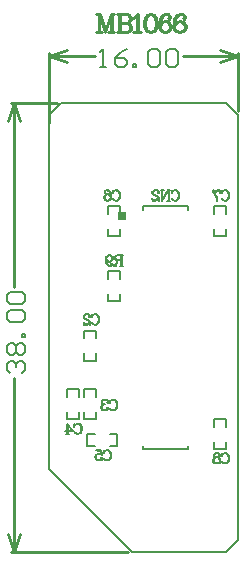
<source format=gbr>
%FSTAX23Y23*%
%MOIN*%
%SFA1B1*%

%IPPOS*%
%ADD16C,0.007874*%
%ADD17C,0.010000*%
%ADD18C,0.005000*%
%ADD19C,0.006000*%
%ADD26R,0.025000X0.025000*%
%LNmb1066-1*%
%LPD*%
G54D16*
X00196Y0091D02*
Y00935D01*
X00236*
Y0091D02*
Y00935D01*
Y00835D02*
Y0086D01*
X00196Y00835D02*
X00236D01*
X00196D02*
Y0086D01*
G54D17*
X00629Y01469D02*
Y01663D01*
X0Y01429D02*
Y01663D01*
X00444Y01653D02*
X00629D01*
X0D02*
X00153D01*
X00569Y01673D02*
X00629Y01653D01*
X00569Y01633D02*
X00629Y01653D01*
X0D02*
X0006Y01633D01*
X0Y01653D02*
X0006Y01673D01*
X-00128Y01496D02*
X00026D01*
X-00128Y0D02*
X00263D01*
X-00118Y00882D02*
Y01496D01*
Y0D02*
Y00581D01*
X-00138Y01436D02*
X-00118Y01496D01*
X-00098Y01436*
X-00118Y0D02*
X-00098Y0006D01*
X-00138D02*
X-00118Y0D01*
X00166Y01792D02*
Y01732D01*
X00168Y01792D02*
X00186Y0174D01*
X00166Y01792D02*
X00186Y01732D01*
X00206Y01792D02*
X00186Y01732D01*
X00206Y01792D02*
Y01732D01*
X00208Y01792D02*
Y01732D01*
X00157Y01792D02*
X00168D01*
X00206D02*
X00217D01*
X00157Y01732D02*
X00174D01*
X00197D02*
X00217D01*
X00232Y01792D02*
Y01732D01*
X00235Y01792D02*
Y01732D01*
X00224Y01792D02*
X00258D01*
X00267Y01789*
X0027Y01786*
X00272Y0178*
Y01775*
X0027Y01769*
X00267Y01766*
X00258Y01763*
Y01792D02*
X00264Y01789D01*
X00267Y01786*
X0027Y0178*
Y01775*
X00267Y01769*
X00264Y01766*
X00258Y01763*
X00235D02*
X00258D01*
X00267Y0176*
X0027Y01757*
X00272Y01752*
Y01743*
X0027Y01737*
X00267Y01735*
X00258Y01732*
X00224*
X00258Y01763D02*
X00264Y0176D01*
X00267Y01757*
X0027Y01752*
Y01743*
X00267Y01737*
X00264Y01735*
X00258Y01732*
X0028Y0178D02*
X00286Y01783D01*
X00295Y01792*
Y01732*
X00292Y01789D02*
Y01732D01*
X0028D02*
X00306D01*
X00334Y01792D02*
X00325Y01789D01*
X00319Y0178*
X00316Y01766*
Y01757*
X00319Y01743*
X00325Y01735*
X00334Y01732*
X00339*
X00348Y01735*
X00354Y01743*
X00356Y01757*
Y01766*
X00354Y0178*
X00348Y01789*
X00339Y01792*
X00334*
X00328Y01789*
X00325Y01786*
X00322Y0178*
X00319Y01766*
Y01757*
X00322Y01743*
X00325Y01737*
X00328Y01735*
X00334Y01732*
X00339D02*
X00345Y01735D01*
X00348Y01737*
X00351Y01743*
X00354Y01757*
Y01766*
X00351Y0178*
X00348Y01786*
X00345Y01789*
X00339Y01792*
X004Y01783D02*
X00397Y0178D01*
X004Y01777*
X00402Y0178*
Y01783*
X004Y01789*
X00394Y01792*
X00385*
X00377Y01789*
X00371Y01783*
X00368Y01777*
X00365Y01766*
Y01749*
X00368Y0174*
X00374Y01735*
X00382Y01732*
X00388*
X00397Y01735*
X00402Y0174*
X00405Y01749*
Y01752*
X00402Y0176*
X00397Y01766*
X00388Y01769*
X00385*
X00377Y01766*
X00371Y0176*
X00368Y01752*
X00385Y01792D02*
X0038Y01789D01*
X00374Y01783*
X00371Y01777*
X00368Y01766*
Y01749*
X00371Y0174*
X00377Y01735*
X00382Y01732*
X00388D02*
X00394Y01735D01*
X004Y0174*
X00402Y01749*
Y01752*
X004Y0176*
X00394Y01766*
X00388Y01769*
X00448Y01783D02*
X00445Y0178D01*
X00448Y01777*
X00451Y0178*
Y01783*
X00448Y01789*
X00443Y01792*
X00434*
X00425Y01789*
X0042Y01783*
X00417Y01777*
X00414Y01766*
Y01749*
X00417Y0174*
X00423Y01735*
X00431Y01732*
X00437*
X00445Y01735*
X00451Y0174*
X00454Y01749*
Y01752*
X00451Y0176*
X00445Y01766*
X00437Y01769*
X00434*
X00425Y01766*
X0042Y0176*
X00417Y01752*
X00434Y01792D02*
X00428Y01789D01*
X00423Y01783*
X0042Y01777*
X00417Y01766*
Y01749*
X0042Y0174*
X00425Y01735*
X00431Y01732*
X00437D02*
X00443Y01735D01*
X00448Y0174*
X00451Y01749*
Y01752*
X00448Y0176*
X00443Y01766*
X00437Y01769*
G54D18*
X00312Y01141D02*
Y01152D01*
X00462*
Y01141D02*
Y01152D01*
X00312Y00342D02*
X00462D01*
X00312D02*
Y00352D01*
X00462Y00342D02*
Y00352D01*
X00409Y01201D02*
X00408Y01196D01*
Y01206*
X00409Y01201*
X00413Y01204*
X00418Y01206*
X00421*
X00426Y01204*
X00429Y01201*
X00431Y01197*
X00433Y01192*
Y01184*
X00431Y01179*
X00429Y01176*
X00426Y01172*
X00421Y01171*
X00418*
X00413Y01172*
X00409Y01176*
X00408Y01179*
X00421Y01206D02*
X00424Y01204D01*
X00428Y01201*
X00429Y01197*
X00431Y01192*
Y01184*
X00429Y01179*
X00428Y01176*
X00424Y01172*
X00421Y01171*
X00398Y01206D02*
Y01171D01*
X00396Y01206D02*
X00376Y01174D01*
X00396Y01202D02*
X00376Y01171D01*
Y01206D02*
Y01171D01*
X00403Y01206D02*
X00396D01*
X00381D02*
X00371D01*
X00403Y01171D02*
X00393D01*
X00365Y01199D02*
X00363Y01197D01*
X00365Y01196*
X00367Y01197*
Y01199*
X00365Y01202*
X00363Y01204*
X00358Y01206*
X00352*
X00347Y01204*
X00345Y01202*
X00343Y01199*
Y01196*
X00345Y01192*
X0035Y01189*
X00358Y01186*
X00362Y01184*
X00365Y01181*
X00367Y01176*
Y01171*
X00352Y01206D02*
X00348Y01204D01*
X00347Y01202*
X00345Y01199*
Y01196*
X00347Y01192*
X00352Y01189*
X00358Y01186*
X00367Y01174D02*
X00365Y01176D01*
X00362*
X00353Y01172*
X00348*
X00345Y01174*
X00343Y01176*
Y01179*
X00362Y01176D02*
X00353Y01171D01*
X00347*
X00345Y01172*
X00343Y01176*
X00212Y01201D02*
X00211Y01196D01*
Y01206*
X00212Y01201*
X00216Y01204*
X00221Y01206*
X00224*
X00229Y01204*
X00232Y01201*
X00234Y01197*
X00236Y01192*
Y01184*
X00234Y01179*
X00232Y01176*
X00229Y01172*
X00224Y01171*
X00221*
X00216Y01172*
X00212Y01176*
X00211Y01179*
X00224Y01206D02*
X00227Y01204D01*
X00231Y01201*
X00232Y01197*
X00234Y01192*
Y01184*
X00232Y01179*
X00231Y01176*
X00227Y01172*
X00224Y01171*
X00186Y01201D02*
X00187Y01199D01*
X00186Y01197*
X00184Y01199*
Y01201*
X00186Y01204*
X00189Y01206*
X00194*
X00199Y01204*
X00202Y01201*
X00204Y01197*
X00206Y01191*
Y01181*
X00204Y01176*
X00201Y01172*
X00196Y01171*
X00192*
X00187Y01172*
X00184Y01176*
X00182Y01181*
Y01182*
X00184Y01187*
X00187Y01191*
X00192Y01192*
X00194*
X00199Y01191*
X00202Y01187*
X00204Y01182*
X00194Y01206D02*
X00197Y01204D01*
X00201Y01201*
X00202Y01197*
X00204Y01191*
Y01181*
X00202Y01176*
X00199Y01172*
X00196Y01171*
X00192D02*
X00189Y01172D01*
X00186Y01176*
X00184Y01181*
Y01182*
X00186Y01187*
X00189Y01191*
X00192Y01192*
X00577Y01201D02*
X00575Y01196D01*
Y01206*
X00577Y01201*
X0058Y01204*
X00585Y01206*
X00588*
X00593Y01204*
X00597Y01201*
X00598Y01197*
X006Y01192*
Y01184*
X00598Y01179*
X00597Y01176*
X00593Y01172*
X00588Y01171*
X00585*
X0058Y01172*
X00577Y01176*
X00575Y01179*
X00588Y01206D02*
X00592Y01204D01*
X00595Y01201*
X00597Y01197*
X00598Y01192*
Y01184*
X00597Y01179*
X00595Y01176*
X00592Y01172*
X00588Y01171*
X0057Y01206D02*
Y01196D01*
Y01199D02*
X00568Y01202D01*
X00565Y01206*
X00562*
X00553Y01201*
X0055*
X00548Y01202*
X00547Y01206*
X00568Y01202D02*
X00565Y01204D01*
X00562*
X00553Y01201*
X00547Y01206D02*
Y01201D01*
X00548Y01196*
X00555Y01187*
X00557Y01184*
X00558Y01179*
Y01171*
X00548Y01196D02*
X00557Y01187D01*
X00558Y01184*
X0056Y01179*
Y01171*
X00183Y00335D02*
X00181Y0033D01*
Y0034*
X00183Y00335*
X00186Y00338*
X00191Y0034*
X00195*
X002Y00338*
X00203Y00335*
X00205Y00331*
X00206Y00326*
Y00318*
X00205Y00313*
X00203Y0031*
X002Y00306*
X00195Y00305*
X00191*
X00186Y00306*
X00183Y0031*
X00181Y00313*
X00195Y0034D02*
X00198Y00338D01*
X00201Y00335*
X00203Y00331*
X00205Y00326*
Y00318*
X00203Y00313*
X00201Y0031*
X00198Y00306*
X00195Y00305*
X00173Y0034D02*
X00176Y00323D01*
X00173Y00326*
X00168Y00328*
X00163*
X00158Y00326*
X00155Y00323*
X00153Y00318*
Y00315*
X00155Y0031*
X00158Y00306*
X00163Y00305*
X00168*
X00173Y00306*
X00175Y00308*
X00176Y00311*
Y00313*
X00175Y00315*
X00173Y00313*
X00175Y00311*
X00163Y00328D02*
X0016Y00326D01*
X00156Y00323*
X00155Y00318*
Y00315*
X00156Y0031*
X0016Y00306*
X00163Y00305*
X00173Y0034D02*
X00156D01*
X00173Y00338D02*
X00165D01*
X00156Y0034*
X00577Y00325D02*
X00575Y0032D01*
Y0033*
X00577Y00325*
X0058Y00328*
X00585Y0033*
X00588*
X00593Y00328*
X00597Y00325*
X00598Y00321*
X006Y00316*
Y00308*
X00598Y00303*
X00597Y003*
X00593Y00296*
X00588Y00295*
X00585*
X0058Y00296*
X00577Y003*
X00575Y00303*
X00588Y0033D02*
X00592Y00328D01*
X00595Y00325*
X00597Y00321*
X00598Y00316*
Y00308*
X00597Y00303*
X00595Y003*
X00592Y00296*
X00588Y00295*
X00562Y0033D02*
X00567Y00328D01*
X00568Y00325*
Y0032*
X00567Y00316*
X00562Y00315*
X00555*
X0055Y00316*
X00548Y0032*
Y00325*
X0055Y00328*
X00555Y0033*
X00562*
X00565Y00328*
X00567Y00325*
Y0032*
X00565Y00316*
X00562Y00315*
X00555D02*
X00552Y00316D01*
X0055Y0032*
Y00325*
X00552Y00328*
X00555Y0033*
X00562Y00315D02*
X00567Y00313D01*
X00568Y00311*
X0057Y00308*
Y00301*
X00568Y00298*
X00567Y00296*
X00562Y00295*
X00555*
X0055Y00296*
X00548Y00298*
X00547Y00301*
Y00308*
X00548Y00311*
X0055Y00313*
X00555Y00315*
X00562D02*
X00565Y00313D01*
X00567Y00311*
X00568Y00308*
Y00301*
X00567Y00298*
X00565Y00296*
X00562Y00295*
X00555D02*
X00552Y00296D01*
X0055Y00298*
X00548Y00301*
Y00308*
X0055Y00311*
X00552Y00313*
X00555Y00315*
X00203Y00502D02*
X00201Y00497D01*
Y00507*
X00203Y00502*
X00206Y00505*
X00211Y00507*
X00214*
X00219Y00505*
X00223Y00502*
X00224Y00499*
X00226Y00494*
Y00485*
X00224Y0048*
X00223Y00477*
X00219Y00474*
X00214Y00472*
X00211*
X00206Y00474*
X00203Y00477*
X00201Y0048*
X00214Y00507D02*
X00218Y00505D01*
X00221Y00502*
X00223Y00499*
X00224Y00494*
Y00485*
X00223Y0048*
X00221Y00477*
X00218Y00474*
X00214Y00472*
X00194Y005D02*
X00193Y00499D01*
X00194Y00497*
X00196Y00499*
Y005*
X00194Y00504*
X00193Y00505*
X00188Y00507*
X00181*
X00176Y00505*
X00174Y00502*
Y00497*
X00176Y00494*
X00181Y00492*
X00186*
X00181Y00507D02*
X00178Y00505D01*
X00176Y00502*
Y00497*
X00178Y00494*
X00181Y00492*
X00178Y0049*
X00174Y00487*
X00173Y00484*
Y00479*
X00174Y00475*
X00176Y00474*
X00181Y00472*
X00188*
X00193Y00474*
X00194Y00475*
X00196Y00479*
Y0048*
X00194Y00482*
X00193Y0048*
X00194Y00479*
X00176Y00489D02*
X00174Y00484D01*
Y00479*
X00176Y00475*
X00178Y00474*
X00181Y00472*
X00084Y00423D02*
X00083Y00418D01*
Y00428*
X00084Y00423*
X00088Y00427*
X00093Y00428*
X00096*
X00101Y00427*
X00104Y00423*
X00106Y0042*
X00108Y00415*
Y00407*
X00106Y00402*
X00104Y00398*
X00101Y00395*
X00096Y00393*
X00093*
X00088Y00395*
X00084Y00398*
X00083Y00402*
X00096Y00428D02*
X00099Y00427D01*
X00103Y00423*
X00104Y0042*
X00106Y00415*
Y00407*
X00104Y00402*
X00103Y00398*
X00099Y00395*
X00096Y00393*
X00061Y00425D02*
Y00393D01*
X00051Y00403D02*
X00078D01*
X00059Y00428*
Y00393*
X00066D02*
X00054D01*
X00143Y00787D02*
X00142Y00782D01*
Y00792*
X00143Y00787*
X00147Y00791*
X00152Y00792*
X00155*
X0016Y00791*
X00163Y00787*
X00165Y00784*
X00167Y00779*
Y00771*
X00165Y00766*
X00163Y00762*
X0016Y00759*
X00155Y00757*
X00152*
X00147Y00759*
X00143Y00762*
X00142Y00766*
X00155Y00792D02*
X00158Y00791D01*
X00162Y00787*
X00163Y00784*
X00165Y00779*
Y00771*
X00163Y00766*
X00162Y00762*
X00158Y00759*
X00155Y00757*
X00135Y00786D02*
X00133Y00784D01*
X00135Y00782*
X00137Y00784*
Y00786*
X00135Y00789*
X00133Y00791*
X00128Y00792*
X00122*
X00117Y00791*
X00115Y00789*
X00114Y00786*
Y00782*
X00115Y00779*
X0012Y00776*
X00128Y00772*
X00132Y00771*
X00135Y00767*
X00137Y00762*
Y00757*
X00122Y00792D02*
X00119Y00791D01*
X00117Y00789*
X00115Y00786*
Y00782*
X00117Y00779*
X00122Y00776*
X00128Y00772*
X00137Y00761D02*
X00135Y00762D01*
X00132*
X00124Y00759*
X00119*
X00115Y00761*
X00114Y00762*
Y00766*
X00132Y00762D02*
X00124Y00757D01*
X00117*
X00115Y00759*
X00114Y00762*
X00241Y00989D02*
Y00954D01*
X00239Y00989D02*
Y00954D01*
X00246Y00989D02*
X00226D01*
X00221Y00988*
X00219Y00986*
X00217Y00983*
Y00979*
X00219Y00976*
X00221Y00974*
X00226Y00973*
X00239*
X00226Y00989D02*
X00222Y00988D01*
X00221Y00986*
X00219Y00983*
Y00979*
X00221Y00976*
X00222Y00974*
X00226Y00973*
X00246Y00954D02*
X00234D01*
X00231Y00973D02*
X00227Y00971D01*
X00226Y00969*
X00221Y00958*
X00219Y00956*
X00217*
X00216Y00958*
X00227Y00971D02*
X00226Y00968D01*
X00222Y00956*
X00221Y00954*
X00217*
X00216Y00958*
Y00959*
X00189Y00978D02*
X00191Y00973D01*
X00194Y00969*
X00199Y00968*
X00201*
X00206Y00969*
X00209Y00973*
X00211Y00978*
Y00979*
X00209Y00984*
X00206Y00988*
X00201Y00989*
X00198*
X00193Y00988*
X00189Y00984*
X00188Y00979*
Y00969*
X00189Y00963*
X00191Y00959*
X00194Y00956*
X00199Y00954*
X00204*
X00208Y00956*
X00209Y00959*
Y00961*
X00208Y00963*
X00206Y00961*
X00208Y00959*
X00201Y00968D02*
X00204Y00969D01*
X00208Y00973*
X00209Y00978*
Y00979*
X00208Y00984*
X00204Y00988*
X00201Y00989*
X00198D02*
X00194Y00988D01*
X00191Y00984*
X00189Y00979*
Y00969*
X00191Y00963*
X00193Y00959*
X00196Y00956*
X00199Y00954*
X0Y00275D02*
Y00354D01*
X0059Y0D02*
X00629Y00039D01*
X0059Y01496D02*
X00629Y01456D01*
Y00039D02*
Y01456D01*
X0Y00275D02*
Y01456D01*
Y00275D02*
X00275Y0D01*
X0Y01456D02*
X00039Y01496D01*
X0059*
X00275Y0D02*
X0059D01*
G54D19*
X00196Y01127D02*
Y01152D01*
X00236*
Y01127D02*
Y01152D01*
Y01052D02*
Y01077D01*
X00196Y01052D02*
X00236D01*
X00196D02*
Y01077D01*
X0059Y01052D02*
Y01077D01*
X0055Y01052D02*
X0059D01*
X0055D02*
Y01077D01*
Y01127D02*
Y01152D01*
X0059*
Y01127D02*
Y01152D01*
X00127Y00354D02*
X00152D01*
X00127D02*
Y00394D01*
X00152*
X00202D02*
X00227D01*
Y00354D02*
Y00394D01*
X00202Y00354D02*
X00227D01*
X0055Y00418D02*
Y00443D01*
X0059*
Y00418D02*
Y00443D01*
Y00343D02*
Y00368D01*
X0055Y00343D02*
X0059D01*
X0055D02*
Y00368D01*
X00157Y00442D02*
Y00467D01*
X00117Y00442D02*
X00157D01*
X00117D02*
Y00467D01*
Y00517D02*
Y00542D01*
X00157*
Y00517D02*
Y00542D01*
X00098Y00442D02*
Y00467D01*
X00058Y00442D02*
X00098D01*
X00058D02*
Y00467D01*
Y00517D02*
Y00542D01*
X00098*
Y00517D02*
Y00542D01*
X00117Y00638D02*
Y00663D01*
Y00638D02*
X00157D01*
Y00663*
Y00713D02*
Y00738D01*
X00117D02*
X00157D01*
X00117Y00713D02*
Y00738D01*
X00169Y01617D02*
X00188D01*
X00179*
Y01677*
X00169Y01667*
X00258Y01677D02*
X00238Y01667D01*
X00218Y01647*
Y01627*
X00228Y01617*
X00248*
X00258Y01627*
Y01637*
X00248Y01647*
X00218*
X00278Y01617D02*
Y01627D01*
X00288*
Y01617*
X00278*
X00328Y01667D02*
X00338Y01677D01*
X00358*
X00368Y01667*
Y01627*
X00358Y01617*
X00338*
X00328Y01627*
Y01667*
X00388D02*
X00398Y01677D01*
X00418*
X00428Y01667*
Y01627*
X00418Y01617*
X00398*
X00388Y01627*
Y01667*
X-00132Y00597D02*
X-00142Y00607D01*
Y00627*
X-00132Y00637*
X-00122*
X-00112Y00627*
Y00617*
Y00627*
X-00102Y00637*
X-00092*
X-00082Y00627*
Y00607*
X-00092Y00597*
X-00132Y00657D02*
X-00142Y00667D01*
Y00687*
X-00132Y00697*
X-00122*
X-00112Y00687*
X-00102Y00697*
X-00092*
X-00082Y00687*
Y00667*
X-00092Y00657*
X-00102*
X-00112Y00667*
X-00122Y00657*
X-00132*
X-00112Y00667D02*
Y00687D01*
X-00082Y00717D02*
X-00092D01*
Y00727*
X-00082*
Y00717*
X-00132Y00767D02*
X-00142Y00777D01*
Y00797*
X-00132Y00807*
X-00092*
X-00082Y00797*
Y00777*
X-00092Y00767*
X-00132*
Y00827D02*
X-00142Y00836D01*
Y00856*
X-00132Y00866*
X-00092*
X-00082Y00856*
Y00836*
X-00092Y00827*
X-00132*
G54D26*
X00243Y01121D03*
M02*
</source>
